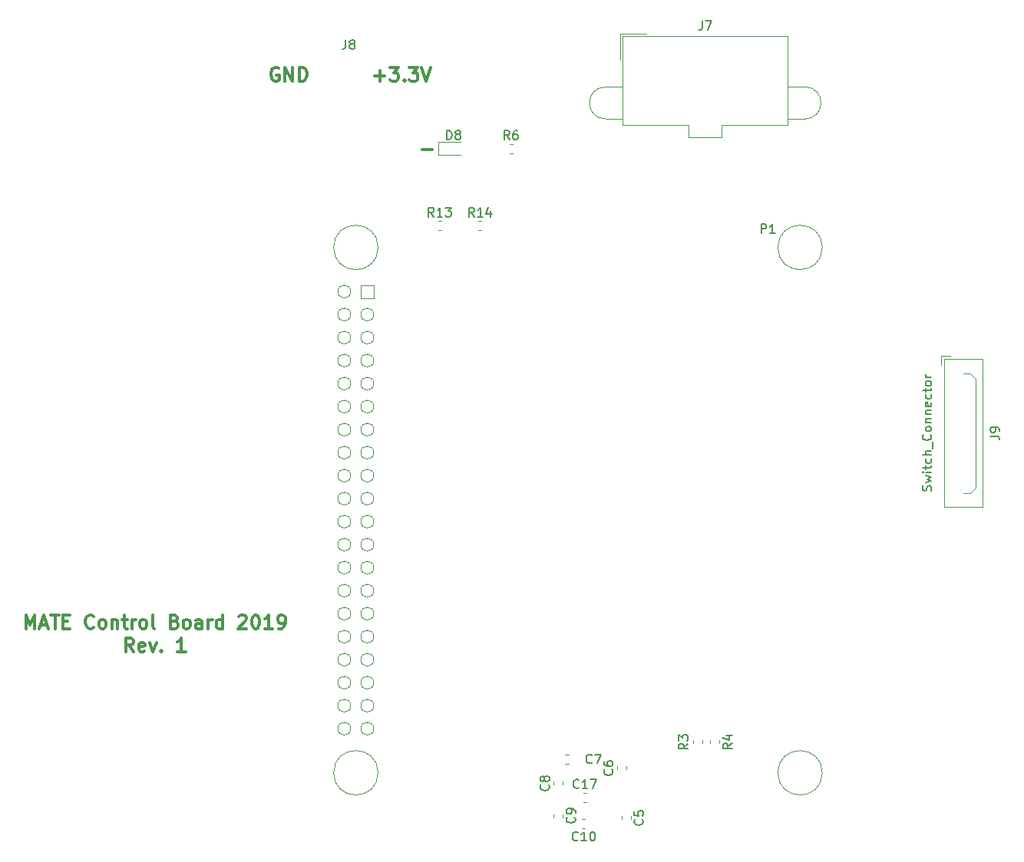
<source format=gto>
G04 #@! TF.GenerationSoftware,KiCad,Pcbnew,(5.0.0)*
G04 #@! TF.CreationDate,2019-02-05T19:54:50-05:00*
G04 #@! TF.ProjectId,control board,636F6E74726F6C20626F6172642E6B69,rev?*
G04 #@! TF.SameCoordinates,Original*
G04 #@! TF.FileFunction,Legend,Top*
G04 #@! TF.FilePolarity,Positive*
%FSLAX46Y46*%
G04 Gerber Fmt 4.6, Leading zero omitted, Abs format (unit mm)*
G04 Created by KiCad (PCBNEW (5.0.0)) date 02/05/19 19:54:50*
%MOMM*%
%LPD*%
G01*
G04 APERTURE LIST*
%ADD10C,0.300000*%
%ADD11C,0.120000*%
%ADD12C,0.100000*%
%ADD13C,0.150000*%
G04 APERTURE END LIST*
D10*
X79438571Y-61829142D02*
X80581428Y-61829142D01*
X74216000Y-53701142D02*
X75358857Y-53701142D01*
X74787428Y-54272571D02*
X74787428Y-53129714D01*
X75930285Y-52772571D02*
X76858857Y-52772571D01*
X76358857Y-53344000D01*
X76573142Y-53344000D01*
X76716000Y-53415428D01*
X76787428Y-53486857D01*
X76858857Y-53629714D01*
X76858857Y-53986857D01*
X76787428Y-54129714D01*
X76716000Y-54201142D01*
X76573142Y-54272571D01*
X76144571Y-54272571D01*
X76001714Y-54201142D01*
X75930285Y-54129714D01*
X77501714Y-54129714D02*
X77573142Y-54201142D01*
X77501714Y-54272571D01*
X77430285Y-54201142D01*
X77501714Y-54129714D01*
X77501714Y-54272571D01*
X78073142Y-52772571D02*
X79001714Y-52772571D01*
X78501714Y-53344000D01*
X78716000Y-53344000D01*
X78858857Y-53415428D01*
X78930285Y-53486857D01*
X79001714Y-53629714D01*
X79001714Y-53986857D01*
X78930285Y-54129714D01*
X78858857Y-54201142D01*
X78716000Y-54272571D01*
X78287428Y-54272571D01*
X78144571Y-54201142D01*
X78073142Y-54129714D01*
X79430285Y-52772571D02*
X79930285Y-54272571D01*
X80430285Y-52772571D01*
X63627142Y-52844000D02*
X63484285Y-52772571D01*
X63270000Y-52772571D01*
X63055714Y-52844000D01*
X62912857Y-52986857D01*
X62841428Y-53129714D01*
X62770000Y-53415428D01*
X62770000Y-53629714D01*
X62841428Y-53915428D01*
X62912857Y-54058285D01*
X63055714Y-54201142D01*
X63270000Y-54272571D01*
X63412857Y-54272571D01*
X63627142Y-54201142D01*
X63698571Y-54129714D01*
X63698571Y-53629714D01*
X63412857Y-53629714D01*
X64341428Y-54272571D02*
X64341428Y-52772571D01*
X65198571Y-54272571D01*
X65198571Y-52772571D01*
X65912857Y-54272571D02*
X65912857Y-52772571D01*
X66270000Y-52772571D01*
X66484285Y-52844000D01*
X66627142Y-52986857D01*
X66698571Y-53129714D01*
X66770000Y-53415428D01*
X66770000Y-53629714D01*
X66698571Y-53915428D01*
X66627142Y-54058285D01*
X66484285Y-54201142D01*
X66270000Y-54272571D01*
X65912857Y-54272571D01*
X35752285Y-114719571D02*
X35752285Y-113219571D01*
X36252285Y-114291000D01*
X36752285Y-113219571D01*
X36752285Y-114719571D01*
X37395142Y-114291000D02*
X38109428Y-114291000D01*
X37252285Y-114719571D02*
X37752285Y-113219571D01*
X38252285Y-114719571D01*
X38538000Y-113219571D02*
X39395142Y-113219571D01*
X38966571Y-114719571D02*
X38966571Y-113219571D01*
X39895142Y-113933857D02*
X40395142Y-113933857D01*
X40609428Y-114719571D02*
X39895142Y-114719571D01*
X39895142Y-113219571D01*
X40609428Y-113219571D01*
X43252285Y-114576714D02*
X43180857Y-114648142D01*
X42966571Y-114719571D01*
X42823714Y-114719571D01*
X42609428Y-114648142D01*
X42466571Y-114505285D01*
X42395142Y-114362428D01*
X42323714Y-114076714D01*
X42323714Y-113862428D01*
X42395142Y-113576714D01*
X42466571Y-113433857D01*
X42609428Y-113291000D01*
X42823714Y-113219571D01*
X42966571Y-113219571D01*
X43180857Y-113291000D01*
X43252285Y-113362428D01*
X44109428Y-114719571D02*
X43966571Y-114648142D01*
X43895142Y-114576714D01*
X43823714Y-114433857D01*
X43823714Y-114005285D01*
X43895142Y-113862428D01*
X43966571Y-113791000D01*
X44109428Y-113719571D01*
X44323714Y-113719571D01*
X44466571Y-113791000D01*
X44538000Y-113862428D01*
X44609428Y-114005285D01*
X44609428Y-114433857D01*
X44538000Y-114576714D01*
X44466571Y-114648142D01*
X44323714Y-114719571D01*
X44109428Y-114719571D01*
X45252285Y-113719571D02*
X45252285Y-114719571D01*
X45252285Y-113862428D02*
X45323714Y-113791000D01*
X45466571Y-113719571D01*
X45680857Y-113719571D01*
X45823714Y-113791000D01*
X45895142Y-113933857D01*
X45895142Y-114719571D01*
X46395142Y-113719571D02*
X46966571Y-113719571D01*
X46609428Y-113219571D02*
X46609428Y-114505285D01*
X46680857Y-114648142D01*
X46823714Y-114719571D01*
X46966571Y-114719571D01*
X47466571Y-114719571D02*
X47466571Y-113719571D01*
X47466571Y-114005285D02*
X47538000Y-113862428D01*
X47609428Y-113791000D01*
X47752285Y-113719571D01*
X47895142Y-113719571D01*
X48609428Y-114719571D02*
X48466571Y-114648142D01*
X48395142Y-114576714D01*
X48323714Y-114433857D01*
X48323714Y-114005285D01*
X48395142Y-113862428D01*
X48466571Y-113791000D01*
X48609428Y-113719571D01*
X48823714Y-113719571D01*
X48966571Y-113791000D01*
X49038000Y-113862428D01*
X49109428Y-114005285D01*
X49109428Y-114433857D01*
X49038000Y-114576714D01*
X48966571Y-114648142D01*
X48823714Y-114719571D01*
X48609428Y-114719571D01*
X49966571Y-114719571D02*
X49823714Y-114648142D01*
X49752285Y-114505285D01*
X49752285Y-113219571D01*
X52180857Y-113933857D02*
X52395142Y-114005285D01*
X52466571Y-114076714D01*
X52538000Y-114219571D01*
X52538000Y-114433857D01*
X52466571Y-114576714D01*
X52395142Y-114648142D01*
X52252285Y-114719571D01*
X51680857Y-114719571D01*
X51680857Y-113219571D01*
X52180857Y-113219571D01*
X52323714Y-113291000D01*
X52395142Y-113362428D01*
X52466571Y-113505285D01*
X52466571Y-113648142D01*
X52395142Y-113791000D01*
X52323714Y-113862428D01*
X52180857Y-113933857D01*
X51680857Y-113933857D01*
X53395142Y-114719571D02*
X53252285Y-114648142D01*
X53180857Y-114576714D01*
X53109428Y-114433857D01*
X53109428Y-114005285D01*
X53180857Y-113862428D01*
X53252285Y-113791000D01*
X53395142Y-113719571D01*
X53609428Y-113719571D01*
X53752285Y-113791000D01*
X53823714Y-113862428D01*
X53895142Y-114005285D01*
X53895142Y-114433857D01*
X53823714Y-114576714D01*
X53752285Y-114648142D01*
X53609428Y-114719571D01*
X53395142Y-114719571D01*
X55180857Y-114719571D02*
X55180857Y-113933857D01*
X55109428Y-113791000D01*
X54966571Y-113719571D01*
X54680857Y-113719571D01*
X54538000Y-113791000D01*
X55180857Y-114648142D02*
X55038000Y-114719571D01*
X54680857Y-114719571D01*
X54538000Y-114648142D01*
X54466571Y-114505285D01*
X54466571Y-114362428D01*
X54538000Y-114219571D01*
X54680857Y-114148142D01*
X55038000Y-114148142D01*
X55180857Y-114076714D01*
X55895142Y-114719571D02*
X55895142Y-113719571D01*
X55895142Y-114005285D02*
X55966571Y-113862428D01*
X56038000Y-113791000D01*
X56180857Y-113719571D01*
X56323714Y-113719571D01*
X57466571Y-114719571D02*
X57466571Y-113219571D01*
X57466571Y-114648142D02*
X57323714Y-114719571D01*
X57038000Y-114719571D01*
X56895142Y-114648142D01*
X56823714Y-114576714D01*
X56752285Y-114433857D01*
X56752285Y-114005285D01*
X56823714Y-113862428D01*
X56895142Y-113791000D01*
X57038000Y-113719571D01*
X57323714Y-113719571D01*
X57466571Y-113791000D01*
X59252285Y-113362428D02*
X59323714Y-113291000D01*
X59466571Y-113219571D01*
X59823714Y-113219571D01*
X59966571Y-113291000D01*
X60038000Y-113362428D01*
X60109428Y-113505285D01*
X60109428Y-113648142D01*
X60038000Y-113862428D01*
X59180857Y-114719571D01*
X60109428Y-114719571D01*
X61038000Y-113219571D02*
X61180857Y-113219571D01*
X61323714Y-113291000D01*
X61395142Y-113362428D01*
X61466571Y-113505285D01*
X61538000Y-113791000D01*
X61538000Y-114148142D01*
X61466571Y-114433857D01*
X61395142Y-114576714D01*
X61323714Y-114648142D01*
X61180857Y-114719571D01*
X61038000Y-114719571D01*
X60895142Y-114648142D01*
X60823714Y-114576714D01*
X60752285Y-114433857D01*
X60680857Y-114148142D01*
X60680857Y-113791000D01*
X60752285Y-113505285D01*
X60823714Y-113362428D01*
X60895142Y-113291000D01*
X61038000Y-113219571D01*
X62966571Y-114719571D02*
X62109428Y-114719571D01*
X62538000Y-114719571D02*
X62538000Y-113219571D01*
X62395142Y-113433857D01*
X62252285Y-113576714D01*
X62109428Y-113648142D01*
X63680857Y-114719571D02*
X63966571Y-114719571D01*
X64109428Y-114648142D01*
X64180857Y-114576714D01*
X64323714Y-114362428D01*
X64395142Y-114076714D01*
X64395142Y-113505285D01*
X64323714Y-113362428D01*
X64252285Y-113291000D01*
X64109428Y-113219571D01*
X63823714Y-113219571D01*
X63680857Y-113291000D01*
X63609428Y-113362428D01*
X63538000Y-113505285D01*
X63538000Y-113862428D01*
X63609428Y-114005285D01*
X63680857Y-114076714D01*
X63823714Y-114148142D01*
X64109428Y-114148142D01*
X64252285Y-114076714D01*
X64323714Y-114005285D01*
X64395142Y-113862428D01*
X47645142Y-117269571D02*
X47145142Y-116555285D01*
X46788000Y-117269571D02*
X46788000Y-115769571D01*
X47359428Y-115769571D01*
X47502285Y-115841000D01*
X47573714Y-115912428D01*
X47645142Y-116055285D01*
X47645142Y-116269571D01*
X47573714Y-116412428D01*
X47502285Y-116483857D01*
X47359428Y-116555285D01*
X46788000Y-116555285D01*
X48859428Y-117198142D02*
X48716571Y-117269571D01*
X48430857Y-117269571D01*
X48288000Y-117198142D01*
X48216571Y-117055285D01*
X48216571Y-116483857D01*
X48288000Y-116341000D01*
X48430857Y-116269571D01*
X48716571Y-116269571D01*
X48859428Y-116341000D01*
X48930857Y-116483857D01*
X48930857Y-116626714D01*
X48216571Y-116769571D01*
X49430857Y-116269571D02*
X49788000Y-117269571D01*
X50145142Y-116269571D01*
X50716571Y-117126714D02*
X50788000Y-117198142D01*
X50716571Y-117269571D01*
X50645142Y-117198142D01*
X50716571Y-117126714D01*
X50716571Y-117269571D01*
X53359428Y-117269571D02*
X52502285Y-117269571D01*
X52930857Y-117269571D02*
X52930857Y-115769571D01*
X52788000Y-115983857D01*
X52645142Y-116126714D01*
X52502285Y-116198142D01*
D11*
G04 #@! TO.C,C9*
X94998000Y-135210733D02*
X94998000Y-135553267D01*
X93978000Y-135210733D02*
X93978000Y-135553267D01*
G04 #@! TO.C,C5*
X102491000Y-135450733D02*
X102491000Y-135793267D01*
X101471000Y-135450733D02*
X101471000Y-135793267D01*
G04 #@! TO.C,C6*
X101995109Y-130292209D02*
X101995109Y-129949675D01*
X100975109Y-130292209D02*
X100975109Y-129949675D01*
G04 #@! TO.C,C7*
X95265733Y-128649000D02*
X95608267Y-128649000D01*
X95265733Y-129669000D02*
X95608267Y-129669000D01*
G04 #@! TO.C,C8*
X94998000Y-131983267D02*
X94998000Y-131640733D01*
X93978000Y-131983267D02*
X93978000Y-131640733D01*
G04 #@! TO.C,C10*
X97467267Y-136781000D02*
X97124733Y-136781000D01*
X97467267Y-135761000D02*
X97124733Y-135761000D01*
G04 #@! TO.C,J7*
X99694000Y-54930000D02*
G75*
G03X99694000Y-58450000I0J-1760000D01*
G01*
X121694000Y-58450000D02*
G75*
G03X121694000Y-54930000I0J1760000D01*
G01*
X99694000Y-54930000D02*
X101584000Y-54930000D01*
X99694000Y-58450000D02*
X101584000Y-58450000D01*
X121694000Y-54930000D02*
X119804000Y-54930000D01*
X121694000Y-58450000D02*
X119804000Y-58450000D01*
X110694000Y-49290000D02*
X101584000Y-49290000D01*
X101584000Y-49290000D02*
X101584000Y-59110000D01*
X101584000Y-59110000D02*
X108884000Y-59110000D01*
X108884000Y-59110000D02*
X108884000Y-60510000D01*
X108884000Y-60510000D02*
X110694000Y-60510000D01*
X110694000Y-49290000D02*
X119804000Y-49290000D01*
X119804000Y-49290000D02*
X119804000Y-59110000D01*
X119804000Y-59110000D02*
X112504000Y-59110000D01*
X112504000Y-59110000D02*
X112504000Y-60510000D01*
X112504000Y-60510000D02*
X110694000Y-60510000D01*
X104194000Y-49050000D02*
X101344000Y-49050000D01*
X101344000Y-49050000D02*
X101344000Y-51900000D01*
G04 #@! TO.C,R13*
X81235733Y-69721000D02*
X81578267Y-69721000D01*
X81235733Y-70741000D02*
X81578267Y-70741000D01*
G04 #@! TO.C,R14*
X85680733Y-70741000D02*
X86023267Y-70741000D01*
X85680733Y-69721000D02*
X86023267Y-69721000D01*
G04 #@! TO.C,R3*
X109345000Y-127068733D02*
X109345000Y-127411267D01*
X110365000Y-127068733D02*
X110365000Y-127411267D01*
G04 #@! TO.C,R4*
X112270000Y-127068733D02*
X112270000Y-127411267D01*
X111250000Y-127068733D02*
X111250000Y-127411267D01*
G04 #@! TO.C,C17*
X97223733Y-132840000D02*
X97566267Y-132840000D01*
X97223733Y-133860000D02*
X97566267Y-133860000D01*
G04 #@! TO.C,J9*
X141292000Y-84988000D02*
X137092000Y-84988000D01*
X137092000Y-84988000D02*
X137092000Y-101288000D01*
X137092000Y-101288000D02*
X141292000Y-101288000D01*
X141292000Y-101288000D02*
X141292000Y-84988000D01*
X139192000Y-86538000D02*
X139942000Y-86538000D01*
X139942000Y-86538000D02*
X140542000Y-87138000D01*
X140542000Y-87138000D02*
X140542000Y-93138000D01*
X139192000Y-99738000D02*
X139942000Y-99738000D01*
X139942000Y-99738000D02*
X140542000Y-99138000D01*
X140542000Y-99138000D02*
X140542000Y-93138000D01*
X137692000Y-84638000D02*
X136692000Y-84638000D01*
X136692000Y-84638000D02*
X136692000Y-85638000D01*
G04 #@! TO.C,D8*
X83717000Y-60987000D02*
X81257000Y-60987000D01*
X81257000Y-60987000D02*
X81257000Y-62457000D01*
X81257000Y-62457000D02*
X83717000Y-62457000D01*
G04 #@! TO.C,R6*
X89095733Y-62232000D02*
X89438267Y-62232000D01*
X89095733Y-61212000D02*
X89438267Y-61212000D01*
G04 #@! TD*
D12*
G04 #@! TO.C,P1*
X123608000Y-130644000D02*
G75*
G03X123608000Y-130644000I-2450000J0D01*
G01*
X123608000Y-72644000D02*
G75*
G03X123608000Y-72644000I-2450000J0D01*
G01*
X74608000Y-72644000D02*
G75*
G03X74608000Y-72644000I-2450000J0D01*
G01*
X74608000Y-130644000D02*
G75*
G03X74608000Y-130644000I-2450000J0D01*
G01*
X72716000Y-76802000D02*
X72716000Y-78226000D01*
X74140000Y-78226000D01*
X74140000Y-76802000D01*
X72716000Y-76802000D01*
X71600000Y-77514000D02*
G75*
G03X71600000Y-77514000I-712000J0D01*
G01*
X74140000Y-80054000D02*
G75*
G03X74140000Y-80054000I-712000J0D01*
G01*
X71600000Y-80054000D02*
G75*
G03X71600000Y-80054000I-712000J0D01*
G01*
X74140000Y-82594000D02*
G75*
G03X74140000Y-82594000I-712000J0D01*
G01*
X71600000Y-82594000D02*
G75*
G03X71600000Y-82594000I-712000J0D01*
G01*
X74140000Y-85134000D02*
G75*
G03X74140000Y-85134000I-712000J0D01*
G01*
X71600000Y-85134000D02*
G75*
G03X71600000Y-85134000I-712000J0D01*
G01*
X74140000Y-87674000D02*
G75*
G03X74140000Y-87674000I-712000J0D01*
G01*
X71600000Y-87674000D02*
G75*
G03X71600000Y-87674000I-712000J0D01*
G01*
X74140000Y-90214000D02*
G75*
G03X74140000Y-90214000I-712000J0D01*
G01*
X71600000Y-90214000D02*
G75*
G03X71600000Y-90214000I-712000J0D01*
G01*
X74140000Y-92754000D02*
G75*
G03X74140000Y-92754000I-712000J0D01*
G01*
X71600000Y-92754000D02*
G75*
G03X71600000Y-92754000I-712000J0D01*
G01*
X74140000Y-95294000D02*
G75*
G03X74140000Y-95294000I-712000J0D01*
G01*
X71600000Y-95294000D02*
G75*
G03X71600000Y-95294000I-712000J0D01*
G01*
X74140000Y-97834000D02*
G75*
G03X74140000Y-97834000I-712000J0D01*
G01*
X71600000Y-97834000D02*
G75*
G03X71600000Y-97834000I-712000J0D01*
G01*
X74140000Y-100374000D02*
G75*
G03X74140000Y-100374000I-712000J0D01*
G01*
X71600000Y-100374000D02*
G75*
G03X71600000Y-100374000I-712000J0D01*
G01*
X74140000Y-102914000D02*
G75*
G03X74140000Y-102914000I-712000J0D01*
G01*
X71600000Y-102914000D02*
G75*
G03X71600000Y-102914000I-712000J0D01*
G01*
X74140000Y-105454000D02*
G75*
G03X74140000Y-105454000I-712000J0D01*
G01*
X71600000Y-105454000D02*
G75*
G03X71600000Y-105454000I-712000J0D01*
G01*
X74140000Y-107994000D02*
G75*
G03X74140000Y-107994000I-712000J0D01*
G01*
X71600000Y-107994000D02*
G75*
G03X71600000Y-107994000I-712000J0D01*
G01*
X74140000Y-110534000D02*
G75*
G03X74140000Y-110534000I-712000J0D01*
G01*
X71600000Y-110534000D02*
G75*
G03X71600000Y-110534000I-712000J0D01*
G01*
X74140000Y-113074000D02*
G75*
G03X74140000Y-113074000I-712000J0D01*
G01*
X71600000Y-113074000D02*
G75*
G03X71600000Y-113074000I-712000J0D01*
G01*
X74140000Y-115614000D02*
G75*
G03X74140000Y-115614000I-712000J0D01*
G01*
X71600000Y-115614000D02*
G75*
G03X71600000Y-115614000I-712000J0D01*
G01*
X74140000Y-118154000D02*
G75*
G03X74140000Y-118154000I-712000J0D01*
G01*
X71600000Y-118154000D02*
G75*
G03X71600000Y-118154000I-712000J0D01*
G01*
X74140000Y-120694000D02*
G75*
G03X74140000Y-120694000I-712000J0D01*
G01*
X71600000Y-120694000D02*
G75*
G03X71600000Y-120694000I-712000J0D01*
G01*
X74140000Y-123234000D02*
G75*
G03X74140000Y-123234000I-712000J0D01*
G01*
X71600000Y-123234000D02*
G75*
G03X71600000Y-123234000I-712000J0D01*
G01*
X74140000Y-125774000D02*
G75*
G03X74140000Y-125774000I-712000J0D01*
G01*
X71600000Y-125774000D02*
G75*
G03X71600000Y-125774000I-712000J0D01*
G01*
G04 #@! TD*
G04 #@! TO.C,C9*
D13*
X96275142Y-135548666D02*
X96322761Y-135596285D01*
X96370380Y-135739142D01*
X96370380Y-135834380D01*
X96322761Y-135977238D01*
X96227523Y-136072476D01*
X96132285Y-136120095D01*
X95941809Y-136167714D01*
X95798952Y-136167714D01*
X95608476Y-136120095D01*
X95513238Y-136072476D01*
X95418000Y-135977238D01*
X95370380Y-135834380D01*
X95370380Y-135739142D01*
X95418000Y-135596285D01*
X95465619Y-135548666D01*
X96370380Y-135072476D02*
X96370380Y-134882000D01*
X96322761Y-134786761D01*
X96275142Y-134739142D01*
X96132285Y-134643904D01*
X95941809Y-134596285D01*
X95560857Y-134596285D01*
X95465619Y-134643904D01*
X95418000Y-134691523D01*
X95370380Y-134786761D01*
X95370380Y-134977238D01*
X95418000Y-135072476D01*
X95465619Y-135120095D01*
X95560857Y-135167714D01*
X95798952Y-135167714D01*
X95894190Y-135120095D01*
X95941809Y-135072476D01*
X95989428Y-134977238D01*
X95989428Y-134786761D01*
X95941809Y-134691523D01*
X95894190Y-134643904D01*
X95798952Y-134596285D01*
G04 #@! TO.C,C5*
X103768142Y-135788666D02*
X103815761Y-135836285D01*
X103863380Y-135979142D01*
X103863380Y-136074380D01*
X103815761Y-136217238D01*
X103720523Y-136312476D01*
X103625285Y-136360095D01*
X103434809Y-136407714D01*
X103291952Y-136407714D01*
X103101476Y-136360095D01*
X103006238Y-136312476D01*
X102911000Y-136217238D01*
X102863380Y-136074380D01*
X102863380Y-135979142D01*
X102911000Y-135836285D01*
X102958619Y-135788666D01*
X102863380Y-134883904D02*
X102863380Y-135360095D01*
X103339571Y-135407714D01*
X103291952Y-135360095D01*
X103244333Y-135264857D01*
X103244333Y-135026761D01*
X103291952Y-134931523D01*
X103339571Y-134883904D01*
X103434809Y-134836285D01*
X103672904Y-134836285D01*
X103768142Y-134883904D01*
X103815761Y-134931523D01*
X103863380Y-135026761D01*
X103863380Y-135264857D01*
X103815761Y-135360095D01*
X103768142Y-135407714D01*
G04 #@! TO.C,C6*
X100412251Y-130287608D02*
X100459870Y-130335227D01*
X100507489Y-130478084D01*
X100507489Y-130573322D01*
X100459870Y-130716180D01*
X100364632Y-130811418D01*
X100269394Y-130859037D01*
X100078918Y-130906656D01*
X99936061Y-130906656D01*
X99745585Y-130859037D01*
X99650347Y-130811418D01*
X99555109Y-130716180D01*
X99507489Y-130573322D01*
X99507489Y-130478084D01*
X99555109Y-130335227D01*
X99602728Y-130287608D01*
X99507489Y-129430465D02*
X99507489Y-129620942D01*
X99555109Y-129716180D01*
X99602728Y-129763799D01*
X99745585Y-129859037D01*
X99936061Y-129906656D01*
X100317013Y-129906656D01*
X100412251Y-129859037D01*
X100459870Y-129811418D01*
X100507489Y-129716180D01*
X100507489Y-129525703D01*
X100459870Y-129430465D01*
X100412251Y-129382846D01*
X100317013Y-129335227D01*
X100078918Y-129335227D01*
X99983680Y-129382846D01*
X99936061Y-129430465D01*
X99888442Y-129525703D01*
X99888442Y-129716180D01*
X99936061Y-129811418D01*
X99983680Y-129859037D01*
X100078918Y-129906656D01*
G04 #@! TO.C,C7*
X98205333Y-129516142D02*
X98157714Y-129563761D01*
X98014857Y-129611380D01*
X97919619Y-129611380D01*
X97776761Y-129563761D01*
X97681523Y-129468523D01*
X97633904Y-129373285D01*
X97586285Y-129182809D01*
X97586285Y-129039952D01*
X97633904Y-128849476D01*
X97681523Y-128754238D01*
X97776761Y-128659000D01*
X97919619Y-128611380D01*
X98014857Y-128611380D01*
X98157714Y-128659000D01*
X98205333Y-128706619D01*
X98538666Y-128611380D02*
X99205333Y-128611380D01*
X98776761Y-129611380D01*
G04 #@! TO.C,C8*
X93415142Y-131978666D02*
X93462761Y-132026285D01*
X93510380Y-132169142D01*
X93510380Y-132264380D01*
X93462761Y-132407238D01*
X93367523Y-132502476D01*
X93272285Y-132550095D01*
X93081809Y-132597714D01*
X92938952Y-132597714D01*
X92748476Y-132550095D01*
X92653238Y-132502476D01*
X92558000Y-132407238D01*
X92510380Y-132264380D01*
X92510380Y-132169142D01*
X92558000Y-132026285D01*
X92605619Y-131978666D01*
X92938952Y-131407238D02*
X92891333Y-131502476D01*
X92843714Y-131550095D01*
X92748476Y-131597714D01*
X92700857Y-131597714D01*
X92605619Y-131550095D01*
X92558000Y-131502476D01*
X92510380Y-131407238D01*
X92510380Y-131216761D01*
X92558000Y-131121523D01*
X92605619Y-131073904D01*
X92700857Y-131026285D01*
X92748476Y-131026285D01*
X92843714Y-131073904D01*
X92891333Y-131121523D01*
X92938952Y-131216761D01*
X92938952Y-131407238D01*
X92986571Y-131502476D01*
X93034190Y-131550095D01*
X93129428Y-131597714D01*
X93319904Y-131597714D01*
X93415142Y-131550095D01*
X93462761Y-131502476D01*
X93510380Y-131407238D01*
X93510380Y-131216761D01*
X93462761Y-131121523D01*
X93415142Y-131073904D01*
X93319904Y-131026285D01*
X93129428Y-131026285D01*
X93034190Y-131073904D01*
X92986571Y-131121523D01*
X92938952Y-131216761D01*
G04 #@! TO.C,C10*
X96653142Y-138058142D02*
X96605523Y-138105761D01*
X96462666Y-138153380D01*
X96367428Y-138153380D01*
X96224571Y-138105761D01*
X96129333Y-138010523D01*
X96081714Y-137915285D01*
X96034095Y-137724809D01*
X96034095Y-137581952D01*
X96081714Y-137391476D01*
X96129333Y-137296238D01*
X96224571Y-137201000D01*
X96367428Y-137153380D01*
X96462666Y-137153380D01*
X96605523Y-137201000D01*
X96653142Y-137248619D01*
X97605523Y-138153380D02*
X97034095Y-138153380D01*
X97319809Y-138153380D02*
X97319809Y-137153380D01*
X97224571Y-137296238D01*
X97129333Y-137391476D01*
X97034095Y-137439095D01*
X98224571Y-137153380D02*
X98319809Y-137153380D01*
X98415047Y-137201000D01*
X98462666Y-137248619D01*
X98510285Y-137343857D01*
X98557904Y-137534333D01*
X98557904Y-137772428D01*
X98510285Y-137962904D01*
X98462666Y-138058142D01*
X98415047Y-138105761D01*
X98319809Y-138153380D01*
X98224571Y-138153380D01*
X98129333Y-138105761D01*
X98081714Y-138058142D01*
X98034095Y-137962904D01*
X97986476Y-137772428D01*
X97986476Y-137534333D01*
X98034095Y-137343857D01*
X98081714Y-137248619D01*
X98129333Y-137201000D01*
X98224571Y-137153380D01*
G04 #@! TO.C,P1*
X116863904Y-71064380D02*
X116863904Y-70064380D01*
X117244857Y-70064380D01*
X117340095Y-70112000D01*
X117387714Y-70159619D01*
X117435333Y-70254857D01*
X117435333Y-70397714D01*
X117387714Y-70492952D01*
X117340095Y-70540571D01*
X117244857Y-70588190D01*
X116863904Y-70588190D01*
X118387714Y-71064380D02*
X117816285Y-71064380D01*
X118102000Y-71064380D02*
X118102000Y-70064380D01*
X118006761Y-70207238D01*
X117911523Y-70302476D01*
X117816285Y-70350095D01*
G04 #@! TO.C,J7*
X110360666Y-47652380D02*
X110360666Y-48366666D01*
X110313047Y-48509523D01*
X110217809Y-48604761D01*
X110074952Y-48652380D01*
X109979714Y-48652380D01*
X110741619Y-47652380D02*
X111408285Y-47652380D01*
X110979714Y-48652380D01*
G04 #@! TO.C,R13*
X80764142Y-69253380D02*
X80430809Y-68777190D01*
X80192714Y-69253380D02*
X80192714Y-68253380D01*
X80573666Y-68253380D01*
X80668904Y-68301000D01*
X80716523Y-68348619D01*
X80764142Y-68443857D01*
X80764142Y-68586714D01*
X80716523Y-68681952D01*
X80668904Y-68729571D01*
X80573666Y-68777190D01*
X80192714Y-68777190D01*
X81716523Y-69253380D02*
X81145095Y-69253380D01*
X81430809Y-69253380D02*
X81430809Y-68253380D01*
X81335571Y-68396238D01*
X81240333Y-68491476D01*
X81145095Y-68539095D01*
X82049857Y-68253380D02*
X82668904Y-68253380D01*
X82335571Y-68634333D01*
X82478428Y-68634333D01*
X82573666Y-68681952D01*
X82621285Y-68729571D01*
X82668904Y-68824809D01*
X82668904Y-69062904D01*
X82621285Y-69158142D01*
X82573666Y-69205761D01*
X82478428Y-69253380D01*
X82192714Y-69253380D01*
X82097476Y-69205761D01*
X82049857Y-69158142D01*
G04 #@! TO.C,R14*
X85209142Y-69253380D02*
X84875809Y-68777190D01*
X84637714Y-69253380D02*
X84637714Y-68253380D01*
X85018666Y-68253380D01*
X85113904Y-68301000D01*
X85161523Y-68348619D01*
X85209142Y-68443857D01*
X85209142Y-68586714D01*
X85161523Y-68681952D01*
X85113904Y-68729571D01*
X85018666Y-68777190D01*
X84637714Y-68777190D01*
X86161523Y-69253380D02*
X85590095Y-69253380D01*
X85875809Y-69253380D02*
X85875809Y-68253380D01*
X85780571Y-68396238D01*
X85685333Y-68491476D01*
X85590095Y-68539095D01*
X87018666Y-68586714D02*
X87018666Y-69253380D01*
X86780571Y-68205761D02*
X86542476Y-68920047D01*
X87161523Y-68920047D01*
G04 #@! TO.C,R3*
X108783380Y-127420666D02*
X108307190Y-127754000D01*
X108783380Y-127992095D02*
X107783380Y-127992095D01*
X107783380Y-127611142D01*
X107831000Y-127515904D01*
X107878619Y-127468285D01*
X107973857Y-127420666D01*
X108116714Y-127420666D01*
X108211952Y-127468285D01*
X108259571Y-127515904D01*
X108307190Y-127611142D01*
X108307190Y-127992095D01*
X107783380Y-127087333D02*
X107783380Y-126468285D01*
X108164333Y-126801619D01*
X108164333Y-126658761D01*
X108211952Y-126563523D01*
X108259571Y-126515904D01*
X108354809Y-126468285D01*
X108592904Y-126468285D01*
X108688142Y-126515904D01*
X108735761Y-126563523D01*
X108783380Y-126658761D01*
X108783380Y-126944476D01*
X108735761Y-127039714D01*
X108688142Y-127087333D01*
G04 #@! TO.C,R4*
X113642380Y-127406666D02*
X113166190Y-127740000D01*
X113642380Y-127978095D02*
X112642380Y-127978095D01*
X112642380Y-127597142D01*
X112690000Y-127501904D01*
X112737619Y-127454285D01*
X112832857Y-127406666D01*
X112975714Y-127406666D01*
X113070952Y-127454285D01*
X113118571Y-127501904D01*
X113166190Y-127597142D01*
X113166190Y-127978095D01*
X112975714Y-126549523D02*
X113642380Y-126549523D01*
X112594761Y-126787619D02*
X113309047Y-127025714D01*
X113309047Y-126406666D01*
G04 #@! TO.C,J8*
X71040666Y-49736380D02*
X71040666Y-50450666D01*
X70993047Y-50593523D01*
X70897809Y-50688761D01*
X70754952Y-50736380D01*
X70659714Y-50736380D01*
X71659714Y-50164952D02*
X71564476Y-50117333D01*
X71516857Y-50069714D01*
X71469238Y-49974476D01*
X71469238Y-49926857D01*
X71516857Y-49831619D01*
X71564476Y-49784000D01*
X71659714Y-49736380D01*
X71850190Y-49736380D01*
X71945428Y-49784000D01*
X71993047Y-49831619D01*
X72040666Y-49926857D01*
X72040666Y-49974476D01*
X71993047Y-50069714D01*
X71945428Y-50117333D01*
X71850190Y-50164952D01*
X71659714Y-50164952D01*
X71564476Y-50212571D01*
X71516857Y-50260190D01*
X71469238Y-50355428D01*
X71469238Y-50545904D01*
X71516857Y-50641142D01*
X71564476Y-50688761D01*
X71659714Y-50736380D01*
X71850190Y-50736380D01*
X71945428Y-50688761D01*
X71993047Y-50641142D01*
X72040666Y-50545904D01*
X72040666Y-50355428D01*
X71993047Y-50260190D01*
X71945428Y-50212571D01*
X71850190Y-50164952D01*
G04 #@! TO.C,C17*
X96752142Y-132277142D02*
X96704523Y-132324761D01*
X96561666Y-132372380D01*
X96466428Y-132372380D01*
X96323571Y-132324761D01*
X96228333Y-132229523D01*
X96180714Y-132134285D01*
X96133095Y-131943809D01*
X96133095Y-131800952D01*
X96180714Y-131610476D01*
X96228333Y-131515238D01*
X96323571Y-131420000D01*
X96466428Y-131372380D01*
X96561666Y-131372380D01*
X96704523Y-131420000D01*
X96752142Y-131467619D01*
X97704523Y-132372380D02*
X97133095Y-132372380D01*
X97418809Y-132372380D02*
X97418809Y-131372380D01*
X97323571Y-131515238D01*
X97228333Y-131610476D01*
X97133095Y-131658095D01*
X98037857Y-131372380D02*
X98704523Y-131372380D01*
X98275952Y-132372380D01*
G04 #@! TO.C,J9*
X142144380Y-93471333D02*
X142858666Y-93471333D01*
X143001523Y-93518952D01*
X143096761Y-93614190D01*
X143144380Y-93757047D01*
X143144380Y-93852285D01*
X143144380Y-92947523D02*
X143144380Y-92757047D01*
X143096761Y-92661809D01*
X143049142Y-92614190D01*
X142906285Y-92518952D01*
X142715809Y-92471333D01*
X142334857Y-92471333D01*
X142239619Y-92518952D01*
X142192000Y-92566571D01*
X142144380Y-92661809D01*
X142144380Y-92852285D01*
X142192000Y-92947523D01*
X142239619Y-92995142D01*
X142334857Y-93042761D01*
X142572952Y-93042761D01*
X142668190Y-92995142D01*
X142715809Y-92947523D01*
X142763428Y-92852285D01*
X142763428Y-92661809D01*
X142715809Y-92566571D01*
X142668190Y-92518952D01*
X142572952Y-92471333D01*
X135596761Y-99495142D02*
X135644380Y-99352285D01*
X135644380Y-99114190D01*
X135596761Y-99018952D01*
X135549142Y-98971333D01*
X135453904Y-98923714D01*
X135358666Y-98923714D01*
X135263428Y-98971333D01*
X135215809Y-99018952D01*
X135168190Y-99114190D01*
X135120571Y-99304666D01*
X135072952Y-99399904D01*
X135025333Y-99447523D01*
X134930095Y-99495142D01*
X134834857Y-99495142D01*
X134739619Y-99447523D01*
X134692000Y-99399904D01*
X134644380Y-99304666D01*
X134644380Y-99066571D01*
X134692000Y-98923714D01*
X134977714Y-98590380D02*
X135644380Y-98399904D01*
X135168190Y-98209428D01*
X135644380Y-98018952D01*
X134977714Y-97828476D01*
X135644380Y-97447523D02*
X134977714Y-97447523D01*
X134644380Y-97447523D02*
X134692000Y-97495142D01*
X134739619Y-97447523D01*
X134692000Y-97399904D01*
X134644380Y-97447523D01*
X134739619Y-97447523D01*
X134977714Y-97114190D02*
X134977714Y-96733238D01*
X134644380Y-96971333D02*
X135501523Y-96971333D01*
X135596761Y-96923714D01*
X135644380Y-96828476D01*
X135644380Y-96733238D01*
X135596761Y-95971333D02*
X135644380Y-96066571D01*
X135644380Y-96257047D01*
X135596761Y-96352285D01*
X135549142Y-96399904D01*
X135453904Y-96447523D01*
X135168190Y-96447523D01*
X135072952Y-96399904D01*
X135025333Y-96352285D01*
X134977714Y-96257047D01*
X134977714Y-96066571D01*
X135025333Y-95971333D01*
X135644380Y-95542761D02*
X134644380Y-95542761D01*
X135644380Y-95114190D02*
X135120571Y-95114190D01*
X135025333Y-95161809D01*
X134977714Y-95257047D01*
X134977714Y-95399904D01*
X135025333Y-95495142D01*
X135072952Y-95542761D01*
X135739619Y-94876095D02*
X135739619Y-94114190D01*
X135549142Y-93304666D02*
X135596761Y-93352285D01*
X135644380Y-93495142D01*
X135644380Y-93590380D01*
X135596761Y-93733238D01*
X135501523Y-93828476D01*
X135406285Y-93876095D01*
X135215809Y-93923714D01*
X135072952Y-93923714D01*
X134882476Y-93876095D01*
X134787238Y-93828476D01*
X134692000Y-93733238D01*
X134644380Y-93590380D01*
X134644380Y-93495142D01*
X134692000Y-93352285D01*
X134739619Y-93304666D01*
X135644380Y-92733238D02*
X135596761Y-92828476D01*
X135549142Y-92876095D01*
X135453904Y-92923714D01*
X135168190Y-92923714D01*
X135072952Y-92876095D01*
X135025333Y-92828476D01*
X134977714Y-92733238D01*
X134977714Y-92590380D01*
X135025333Y-92495142D01*
X135072952Y-92447523D01*
X135168190Y-92399904D01*
X135453904Y-92399904D01*
X135549142Y-92447523D01*
X135596761Y-92495142D01*
X135644380Y-92590380D01*
X135644380Y-92733238D01*
X134977714Y-91971333D02*
X135644380Y-91971333D01*
X135072952Y-91971333D02*
X135025333Y-91923714D01*
X134977714Y-91828476D01*
X134977714Y-91685619D01*
X135025333Y-91590380D01*
X135120571Y-91542761D01*
X135644380Y-91542761D01*
X134977714Y-91066571D02*
X135644380Y-91066571D01*
X135072952Y-91066571D02*
X135025333Y-91018952D01*
X134977714Y-90923714D01*
X134977714Y-90780857D01*
X135025333Y-90685619D01*
X135120571Y-90638000D01*
X135644380Y-90638000D01*
X135596761Y-89780857D02*
X135644380Y-89876095D01*
X135644380Y-90066571D01*
X135596761Y-90161809D01*
X135501523Y-90209428D01*
X135120571Y-90209428D01*
X135025333Y-90161809D01*
X134977714Y-90066571D01*
X134977714Y-89876095D01*
X135025333Y-89780857D01*
X135120571Y-89733238D01*
X135215809Y-89733238D01*
X135311047Y-90209428D01*
X135596761Y-88876095D02*
X135644380Y-88971333D01*
X135644380Y-89161809D01*
X135596761Y-89257047D01*
X135549142Y-89304666D01*
X135453904Y-89352285D01*
X135168190Y-89352285D01*
X135072952Y-89304666D01*
X135025333Y-89257047D01*
X134977714Y-89161809D01*
X134977714Y-88971333D01*
X135025333Y-88876095D01*
X134977714Y-88590380D02*
X134977714Y-88209428D01*
X134644380Y-88447523D02*
X135501523Y-88447523D01*
X135596761Y-88399904D01*
X135644380Y-88304666D01*
X135644380Y-88209428D01*
X135644380Y-87733238D02*
X135596761Y-87828476D01*
X135549142Y-87876095D01*
X135453904Y-87923714D01*
X135168190Y-87923714D01*
X135072952Y-87876095D01*
X135025333Y-87828476D01*
X134977714Y-87733238D01*
X134977714Y-87590380D01*
X135025333Y-87495142D01*
X135072952Y-87447523D01*
X135168190Y-87399904D01*
X135453904Y-87399904D01*
X135549142Y-87447523D01*
X135596761Y-87495142D01*
X135644380Y-87590380D01*
X135644380Y-87733238D01*
X135644380Y-86971333D02*
X134977714Y-86971333D01*
X135168190Y-86971333D02*
X135072952Y-86923714D01*
X135025333Y-86876095D01*
X134977714Y-86780857D01*
X134977714Y-86685619D01*
G04 #@! TO.C,D8*
X82178904Y-60744380D02*
X82178904Y-59744380D01*
X82417000Y-59744380D01*
X82559857Y-59792000D01*
X82655095Y-59887238D01*
X82702714Y-59982476D01*
X82750333Y-60172952D01*
X82750333Y-60315809D01*
X82702714Y-60506285D01*
X82655095Y-60601523D01*
X82559857Y-60696761D01*
X82417000Y-60744380D01*
X82178904Y-60744380D01*
X83321761Y-60172952D02*
X83226523Y-60125333D01*
X83178904Y-60077714D01*
X83131285Y-59982476D01*
X83131285Y-59934857D01*
X83178904Y-59839619D01*
X83226523Y-59792000D01*
X83321761Y-59744380D01*
X83512238Y-59744380D01*
X83607476Y-59792000D01*
X83655095Y-59839619D01*
X83702714Y-59934857D01*
X83702714Y-59982476D01*
X83655095Y-60077714D01*
X83607476Y-60125333D01*
X83512238Y-60172952D01*
X83321761Y-60172952D01*
X83226523Y-60220571D01*
X83178904Y-60268190D01*
X83131285Y-60363428D01*
X83131285Y-60553904D01*
X83178904Y-60649142D01*
X83226523Y-60696761D01*
X83321761Y-60744380D01*
X83512238Y-60744380D01*
X83607476Y-60696761D01*
X83655095Y-60649142D01*
X83702714Y-60553904D01*
X83702714Y-60363428D01*
X83655095Y-60268190D01*
X83607476Y-60220571D01*
X83512238Y-60172952D01*
G04 #@! TO.C,R6*
X89100333Y-60744380D02*
X88767000Y-60268190D01*
X88528904Y-60744380D02*
X88528904Y-59744380D01*
X88909857Y-59744380D01*
X89005095Y-59792000D01*
X89052714Y-59839619D01*
X89100333Y-59934857D01*
X89100333Y-60077714D01*
X89052714Y-60172952D01*
X89005095Y-60220571D01*
X88909857Y-60268190D01*
X88528904Y-60268190D01*
X89957476Y-59744380D02*
X89767000Y-59744380D01*
X89671761Y-59792000D01*
X89624142Y-59839619D01*
X89528904Y-59982476D01*
X89481285Y-60172952D01*
X89481285Y-60553904D01*
X89528904Y-60649142D01*
X89576523Y-60696761D01*
X89671761Y-60744380D01*
X89862238Y-60744380D01*
X89957476Y-60696761D01*
X90005095Y-60649142D01*
X90052714Y-60553904D01*
X90052714Y-60315809D01*
X90005095Y-60220571D01*
X89957476Y-60172952D01*
X89862238Y-60125333D01*
X89671761Y-60125333D01*
X89576523Y-60172952D01*
X89528904Y-60220571D01*
X89481285Y-60315809D01*
G04 #@! TD*
M02*

</source>
